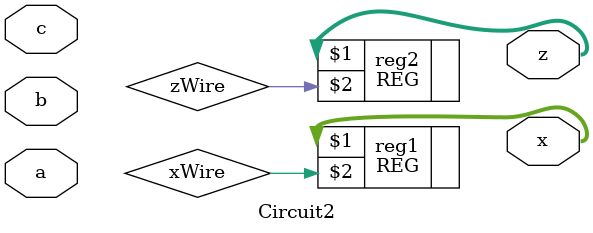
<source format=v>
`timescale 1ns / 1ps


module Circuit2(a, b, c, z, x);

    input [63:0] a, b, c;
    output [63:0] z, x;
    //set to 32
    wire [63:0] d, e, f, g, h;
    wire dGTe, dLTe, dEQe;
    wire [63:0] zwire, xwire;
    
    ADD add1(a, b, d);
    ADD add2(a, c, e);
    SUB sub1(a, b, f);
    COMP comp1(d, e, dGTe, dLTe, dEQe);
    //MUX2x1 mux1();
    //MUX2x1 mux2();
    SHL shl(g, dLTe, xwire);
    SHR shr(h, dEQe, zwire);
    REG reg1(x, xWire);
    REG reg2(z, zWire);
       
    
endmodule

</source>
